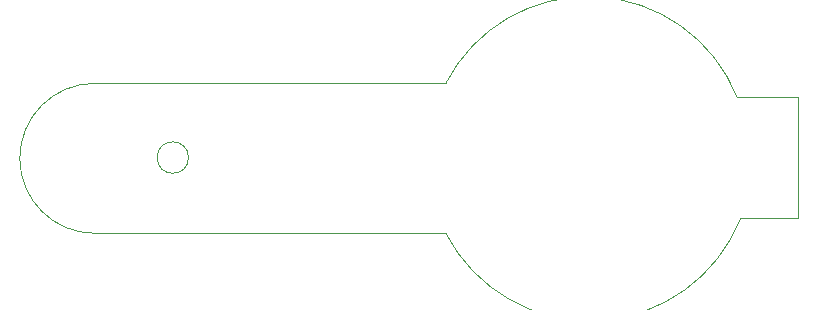
<source format=gm1>
%TF.GenerationSoftware,KiCad,Pcbnew,8.0.8*%
%TF.CreationDate,2025-02-25T13:10:29+05:30*%
%TF.ProjectId,led_torch,6c65645f-746f-4726-9368-2e6b69636164,rev?*%
%TF.SameCoordinates,Original*%
%TF.FileFunction,Profile,NP*%
%FSLAX46Y46*%
G04 Gerber Fmt 4.6, Leading zero omitted, Abs format (unit mm)*
G04 Created by KiCad (PCBNEW 8.0.8) date 2025-02-25 13:10:29*
%MOMM*%
%LPD*%
G01*
G04 APERTURE LIST*
%TA.AperFunction,Profile*%
%ADD10C,0.050000*%
%TD*%
G04 APERTURE END LIST*
D10*
X173863000Y-142240000D02*
X173863000Y-131953000D01*
X168990721Y-142221672D02*
X173863000Y-142240000D01*
X168687390Y-131991244D02*
X173863000Y-131953000D01*
X144018001Y-130810000D02*
G75*
G02*
X168687389Y-131991244I12064999J-6223000D01*
G01*
X168990721Y-142221672D02*
G75*
G02*
X144018000Y-143510000I-12780721J5061672D01*
G01*
X114300000Y-143510000D02*
X144018000Y-143510000D01*
X114300000Y-130810000D02*
X144018000Y-130810000D01*
X114300000Y-143510000D02*
G75*
G02*
X114300000Y-130810000I0J6350000D01*
G01*
X122233650Y-137096500D02*
G75*
G02*
X119574350Y-137096500I-1329650J0D01*
G01*
X119574350Y-137096500D02*
G75*
G02*
X122233650Y-137096500I1329650J0D01*
G01*
M02*

</source>
